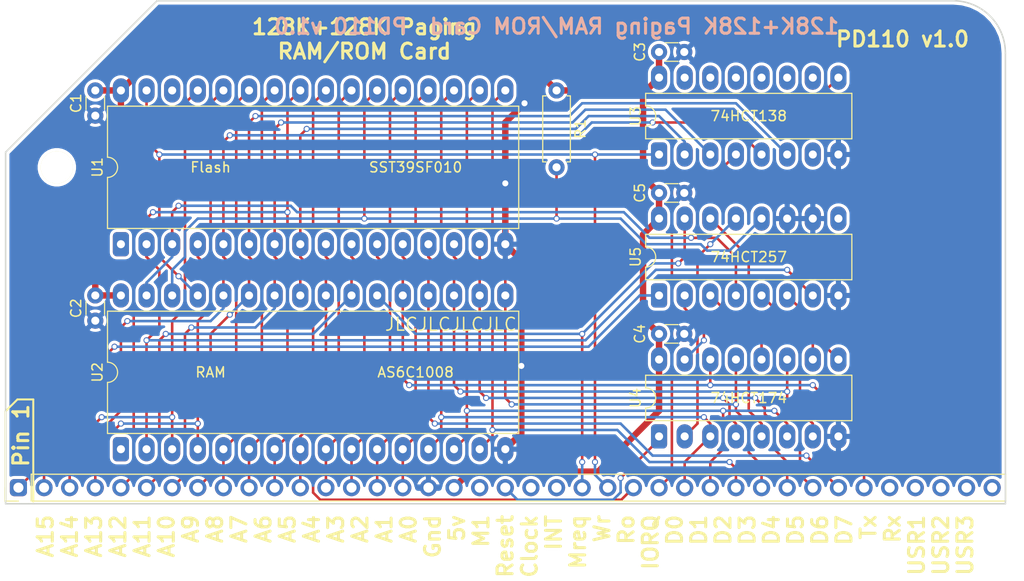
<source format=kicad_pcb>
(kicad_pcb (version 20171130) (host pcbnew "(5.1.9)-1")
  (layers (0 F.Cu signal) (31 B.Cu signal) (36 B.SilkS user) (37 F.SilkS user) (38 B.Mask user) (39 F.Mask user) (44 Edge.Cuts user))
  (net 0 "")
  (net 1 GND)
  (net 2 "Net-(J1-Pad39)")
  (net 3 "Net-(J1-Pad38)")
  (net 4 "Net-(J1-Pad37)")
  (net 5 "Net-(J1-Pad36)")
  (net 6 "Net-(J1-Pad35)")
  (net 7 D7)
  (net 8 D6)
  (net 9 D5)
  (net 10 D4)
  (net 11 D3)
  (net 12 D2)
  (net 13 D1)
  (net 14 D0)
  (net 15 ~IOREQ)
  (net 16 ~RD)
  (net 17 ~WR)
  (net 18 ~RESET)
  (net 19 +5V)
  (net 20 A0)
  (net 21 A1)
  (net 22 A2)
  (net 23 A3)
  (net 24 A4)
  (net 25 A5)
  (net 26 A6)
  (net 27 A7)
  (net 28 "Net-(J1-Pad22)")
  (net 29 "Net-(J1-Pad21)")
  (net 30 ~MREQ)
  (net 31 "Net-(J1-Pad19)")
  (net 32 A8)
  (net 33 A9)
  (net 34 A10)
  (net 35 A11)
  (net 36 A12)
  (net 37 A13)
  (net 38 A14)
  (net 39 A15)
  (net 40 ~ROM_CS)
  (net 41 MEM_A15)
  (net 42 MEM_A16)
  (net 43 "Net-(U2-Pad1)")
  (net 44 /~CFG_CS)
  (net 45 "Net-(U1-Pad30)")
  (net 46 "Net-(U1-Pad1)")
  (net 47 /~ROMB)
  (net 48 /A16A)
  (net 49 /A15B)
  (net 50 /~ROMA)
  (net 51 /A16B)
  (net 52 /A15A)
  (net 53 "Net-(U5-Pad9)")
  (net 54 "Net-(U3-Pad15)")
  (net 55 "Net-(U3-Pad7)")
  (net 56 "Net-(U3-Pad14)")
  (net 57 "Net-(U3-Pad13)")
  (net 58 "Net-(U3-Pad12)")
  (net 59 "Net-(U3-Pad11)")
  (net 60 "Net-(U3-Pad10)")
  (module Package_DIP:DIP-16_W7.62mm_LongPads (layer F.Cu) (at 217.17 116.84 90)
    (fp_text reference U3 (at 3.81 -2.33 90) (layer F.SilkS))
    (fp_text value 74HCT138 (at 3.81 8.89 180) (layer F.SilkS))
    (pad 16 thru_hole oval (at 7.62 0 90) (size 2.4 1.6) (drill 0.8) (layers *.Cu *.Mask) (net 19 +5V))
    (pad 8 thru_hole oval (at 0 17.78 90) (size 2.4 1.6) (drill 0.8) (layers *.Cu *.Mask) (net 1 GND))
    (pad 15 thru_hole oval (at 7.62 2.54 90) (size 2.4 1.6) (drill 0.8) (layers *.Cu *.Mask) (net 54 "Net-(U3-Pad15)"))
    (pad 7 thru_hole oval (at 0 15.24 90) (size 2.4 1.6) (drill 0.8) (layers *.Cu *.Mask) (net 55 "Net-(U3-Pad7)"))
    (pad 14 thru_hole oval (at 7.62 5.08 90) (size 2.4 1.6) (drill 0.8) (layers *.Cu *.Mask) (net 56 "Net-(U3-Pad14)"))
    (pad 6 thru_hole oval (at 0 12.7 90) (size 2.4 1.6) (drill 0.8) (layers *.Cu *.Mask) (net 26 A6))
    (pad 13 thru_hole oval (at 7.62 7.62 90) (size 2.4 1.6) (drill 0.8) (layers *.Cu *.Mask) (net 57 "Net-(U3-Pad13)"))
    (pad 5 thru_hole oval (at 0 10.16 90) (size 2.4 1.6) (drill 0.8) (layers *.Cu *.Mask) (net 27 A7))
    (pad 12 thru_hole oval (at 7.62 10.16 90) (size 2.4 1.6) (drill 0.8) (layers *.Cu *.Mask) (net 58 "Net-(U3-Pad12)"))
    (pad 4 thru_hole oval (at 0 7.62 90) (size 2.4 1.6) (drill 0.8) (layers *.Cu *.Mask) (net 15 ~IOREQ))
    (pad 11 thru_hole oval (at 7.62 12.7 90) (size 2.4 1.6) (drill 0.8) (layers *.Cu *.Mask) (net 59 "Net-(U3-Pad11)"))
    (pad 3 thru_hole oval (at 0 5.08 90) (size 2.4 1.6) (drill 0.8) (layers *.Cu *.Mask) (net 25 A5))
    (pad 10 thru_hole oval (at 7.62 15.24 90) (size 2.4 1.6) (drill 0.8) (layers *.Cu *.Mask) (net 60 "Net-(U3-Pad10)"))
    (pad 2 thru_hole oval (at 0 2.54 90) (size 2.4 1.6) (drill 0.8) (layers *.Cu *.Mask) (net 24 A4))
    (pad 9 thru_hole oval (at 7.62 17.78 90) (size 2.4 1.6) (drill 0.8) (layers *.Cu *.Mask) (net 44 /~CFG_CS))
    (pad 1 thru_hole roundrect (at 0 0 90) (size 2.4 1.6) (drill 0.8) (layers *.Cu *.Mask) (net 17 ~WR))
  )
  (module Package_DIP:DIP-16_W7.62mm_LongPads (layer F.Cu) (at 217.17 130.81 90)
    (fp_text reference U5 (at 3.81 -2.33 90) (layer F.SilkS))
    (fp_text value 74HCT257 (at 3.81 8.89 180) (layer F.SilkS))
    (pad 16 thru_hole oval (at 7.62 0 90) (size 2.4 1.6) (drill 0.8) (layers *.Cu *.Mask) (net 19 +5V))
    (pad 8 thru_hole oval (at 0 17.78 90) (size 2.4 1.6) (drill 0.8) (layers *.Cu *.Mask) (net 1 GND))
    (pad 15 thru_hole oval (at 7.62 2.54 90) (size 2.4 1.6) (drill 0.8) (layers *.Cu *.Mask) (net 30 ~MREQ))
    (pad 7 thru_hole oval (at 0 15.24 90) (size 2.4 1.6) (drill 0.8) (layers *.Cu *.Mask) (net 42 MEM_A16))
    (pad 14 thru_hole oval (at 7.62 5.08 90) (size 2.4 1.6) (drill 0.8) (layers *.Cu *.Mask) (net 50 /~ROMA))
    (pad 6 thru_hole oval (at 0 12.7 90) (size 2.4 1.6) (drill 0.8) (layers *.Cu *.Mask) (net 51 /A16B))
    (pad 13 thru_hole oval (at 7.62 7.62 90) (size 2.4 1.6) (drill 0.8) (layers *.Cu *.Mask) (net 47 /~ROMB))
    (pad 5 thru_hole oval (at 0 10.16 90) (size 2.4 1.6) (drill 0.8) (layers *.Cu *.Mask) (net 48 /A16A))
    (pad 12 thru_hole oval (at 7.62 10.16 90) (size 2.4 1.6) (drill 0.8) (layers *.Cu *.Mask) (net 40 ~ROM_CS))
    (pad 4 thru_hole oval (at 0 7.62 90) (size 2.4 1.6) (drill 0.8) (layers *.Cu *.Mask) (net 41 MEM_A15))
    (pad 11 thru_hole oval (at 7.62 12.7 90) (size 2.4 1.6) (drill 0.8) (layers *.Cu *.Mask) (net 1 GND))
    (pad 3 thru_hole oval (at 0 5.08 90) (size 2.4 1.6) (drill 0.8) (layers *.Cu *.Mask) (net 49 /A15B))
    (pad 10 thru_hole oval (at 7.62 15.24 90) (size 2.4 1.6) (drill 0.8) (layers *.Cu *.Mask) (net 1 GND))
    (pad 2 thru_hole oval (at 0 2.54 90) (size 2.4 1.6) (drill 0.8) (layers *.Cu *.Mask) (net 52 /A15A))
    (pad 9 thru_hole oval (at 7.62 17.78 90) (size 2.4 1.6) (drill 0.8) (layers *.Cu *.Mask) (net 53 "Net-(U5-Pad9)"))
    (pad 1 thru_hole roundrect (at 0 0 90) (size 2.4 1.6) (drill 0.8) (layers *.Cu *.Mask) (net 39 A15))
  )
  (module Resistor_THT:R_Axial_DIN0207_L6.3mm_D2.5mm_P7.62mm_Horizontal (layer F.Cu) (at 207.01 110.49 270)
    (fp_text reference R1 (at 3.81 -2.37 90) (layer F.SilkS))
    (fp_text value 4k7)
    (pad 2 thru_hole oval (at 7.62 0 270) (size 1.6 1.6) (drill 0.8) (layers *.Cu *.Mask) (net 40 ~ROM_CS))
    (pad 1 thru_hole circle (at 0 0 270) (size 1.6 1.6) (drill 0.8) (layers *.Cu *.Mask) (net 19 +5V))
  )
  (module Connector_PinHeader_2.54mm:PinHeader_1x39_P2.54mm_Vertical (layer F.Cu) (at 153.67 149.86 90)
    (fp_text reference J1 hide)
    (fp_text value RC2014)
    (pad 39 thru_hole oval (at 0 96.52 90) (size 1.7 1.7) (drill 1) (layers *.Cu *.Mask) (net 2 "Net-(J1-Pad39)"))
    (pad 38 thru_hole oval (at 0 93.98 90) (size 1.7 1.7) (drill 1) (layers *.Cu *.Mask) (net 3 "Net-(J1-Pad38)"))
    (pad 37 thru_hole oval (at 0 91.44 90) (size 1.7 1.7) (drill 1) (layers *.Cu *.Mask) (net 4 "Net-(J1-Pad37)"))
    (pad 36 thru_hole oval (at 0 88.9 90) (size 1.7 1.7) (drill 1) (layers *.Cu *.Mask) (net 5 "Net-(J1-Pad36)"))
    (pad 35 thru_hole oval (at 0 86.36 90) (size 1.7 1.7) (drill 1) (layers *.Cu *.Mask) (net 6 "Net-(J1-Pad35)"))
    (pad 34 thru_hole oval (at 0 83.82 90) (size 1.7 1.7) (drill 1) (layers *.Cu *.Mask) (net 7 D7))
    (pad 33 thru_hole oval (at 0 81.28 90) (size 1.7 1.7) (drill 1) (layers *.Cu *.Mask) (net 8 D6))
    (pad 32 thru_hole oval (at 0 78.74 90) (size 1.7 1.7) (drill 1) (layers *.Cu *.Mask) (net 9 D5))
    (pad 31 thru_hole oval (at 0 76.2 90) (size 1.7 1.7) (drill 1) (layers *.Cu *.Mask) (net 10 D4))
    (pad 30 thru_hole oval (at 0 73.66 90) (size 1.7 1.7) (drill 1) (layers *.Cu *.Mask) (net 11 D3))
    (pad 29 thru_hole oval (at 0 71.12 90) (size 1.7 1.7) (drill 1) (layers *.Cu *.Mask) (net 12 D2))
    (pad 28 thru_hole oval (at 0 68.58 90) (size 1.7 1.7) (drill 1) (layers *.Cu *.Mask) (net 13 D1))
    (pad 27 thru_hole oval (at 0 66.04 90) (size 1.7 1.7) (drill 1) (layers *.Cu *.Mask) (net 14 D0))
    (pad 26 thru_hole oval (at 0 63.5 90) (size 1.7 1.7) (drill 1) (layers *.Cu *.Mask) (net 15 ~IOREQ))
    (pad 25 thru_hole oval (at 0 60.96 90) (size 1.7 1.7) (drill 1) (layers *.Cu *.Mask) (net 16 ~RD))
    (pad 24 thru_hole oval (at 0 58.42 90) (size 1.7 1.7) (drill 1) (layers *.Cu *.Mask) (net 17 ~WR))
    (pad 23 thru_hole oval (at 0 55.88 90) (size 1.7 1.7) (drill 1) (layers *.Cu *.Mask) (net 30 ~MREQ))
    (pad 22 thru_hole oval (at 0 53.34 90) (size 1.7 1.7) (drill 1) (layers *.Cu *.Mask) (net 28 "Net-(J1-Pad22)"))
    (pad 21 thru_hole oval (at 0 50.8 90) (size 1.7 1.7) (drill 1) (layers *.Cu *.Mask) (net 29 "Net-(J1-Pad21)"))
    (pad 20 thru_hole oval (at 0 48.26 90) (size 1.7 1.7) (drill 1) (layers *.Cu *.Mask) (net 18 ~RESET))
    (pad 19 thru_hole oval (at 0 45.72 90) (size 1.7 1.7) (drill 1) (layers *.Cu *.Mask) (net 31 "Net-(J1-Pad19)"))
    (pad 18 thru_hole oval (at 0 43.18 90) (size 1.7 1.7) (drill 1) (layers *.Cu *.Mask) (net 19 +5V))
    (pad 17 thru_hole oval (at 0 40.64 90) (size 1.7 1.7) (drill 1) (layers *.Cu *.Mask) (net 1 GND))
    (pad 16 thru_hole oval (at 0 38.1 90) (size 1.7 1.7) (drill 1) (layers *.Cu *.Mask) (net 20 A0))
    (pad 15 thru_hole oval (at 0 35.56 90) (size 1.7 1.7) (drill 1) (layers *.Cu *.Mask) (net 21 A1))
    (pad 14 thru_hole oval (at 0 33.02 90) (size 1.7 1.7) (drill 1) (layers *.Cu *.Mask) (net 22 A2))
    (pad 13 thru_hole oval (at 0 30.48 90) (size 1.7 1.7) (drill 1) (layers *.Cu *.Mask) (net 23 A3))
    (pad 12 thru_hole oval (at 0 27.94 90) (size 1.7 1.7) (drill 1) (layers *.Cu *.Mask) (net 24 A4))
    (pad 11 thru_hole oval (at 0 25.4 90) (size 1.7 1.7) (drill 1) (layers *.Cu *.Mask) (net 25 A5))
    (pad 10 thru_hole oval (at 0 22.86 90) (size 1.7 1.7) (drill 1) (layers *.Cu *.Mask) (net 26 A6))
    (pad 9 thru_hole oval (at 0 20.32 90) (size 1.7 1.7) (drill 1) (layers *.Cu *.Mask) (net 27 A7))
    (pad 8 thru_hole oval (at 0 17.78 90) (size 1.7 1.7) (drill 1) (layers *.Cu *.Mask) (net 32 A8))
    (pad 7 thru_hole oval (at 0 15.24 90) (size 1.7 1.7) (drill 1) (layers *.Cu *.Mask) (net 33 A9))
    (pad 6 thru_hole oval (at 0 12.7 90) (size 1.7 1.7) (drill 1) (layers *.Cu *.Mask) (net 34 A10))
    (pad 5 thru_hole oval (at 0 10.16 90) (size 1.7 1.7) (drill 1) (layers *.Cu *.Mask) (net 35 A11))
    (pad 4 thru_hole oval (at 0 7.62 90) (size 1.7 1.7) (drill 1) (layers *.Cu *.Mask) (net 36 A12))
    (pad 3 thru_hole oval (at 0 5.08 90) (size 1.7 1.7) (drill 1) (layers *.Cu *.Mask) (net 37 A13))
    (pad 2 thru_hole oval (at 0 2.54 90) (size 1.7 1.7) (drill 1) (layers *.Cu *.Mask) (net 38 A14))
    (pad 1 thru_hole roundrect (at 0 0 90) (size 1.7 1.7) (drill 1) (layers *.Cu *.Mask) (net 39 A15))
  )
  (module Package_DIP:DIP-32_W15.24mm_LongPads (layer F.Cu) (at 163.83 125.73 90)
    (fp_text reference U1 (at 7.62 -2.33 90) (layer F.SilkS))
    (fp_text value SST39SF010 (at 7.62 29.21 180) (layer F.SilkS))
    (pad 32 thru_hole oval (at 15.24 0 90) (size 2.4 1.6) (drill 0.8) (layers *.Cu *.Mask) (net 19 +5V))
    (pad 16 thru_hole oval (at 0 38.1 90) (size 2.4 1.6) (drill 0.8) (layers *.Cu *.Mask) (net 1 GND))
    (pad 31 thru_hole oval (at 15.24 2.54 90) (size 2.4 1.6) (drill 0.8) (layers *.Cu *.Mask) (net 17 ~WR))
    (pad 15 thru_hole oval (at 0 35.56 90) (size 2.4 1.6) (drill 0.8) (layers *.Cu *.Mask) (net 12 D2))
    (pad 30 thru_hole oval (at 15.24 5.08 90) (size 2.4 1.6) (drill 0.8) (layers *.Cu *.Mask) (net 45 "Net-(U1-Pad30)"))
    (pad 14 thru_hole oval (at 0 33.02 90) (size 2.4 1.6) (drill 0.8) (layers *.Cu *.Mask) (net 13 D1))
    (pad 29 thru_hole oval (at 15.24 7.62 90) (size 2.4 1.6) (drill 0.8) (layers *.Cu *.Mask) (net 38 A14))
    (pad 13 thru_hole oval (at 0 30.48 90) (size 2.4 1.6) (drill 0.8) (layers *.Cu *.Mask) (net 14 D0))
    (pad 28 thru_hole oval (at 15.24 10.16 90) (size 2.4 1.6) (drill 0.8) (layers *.Cu *.Mask) (net 37 A13))
    (pad 12 thru_hole oval (at 0 27.94 90) (size 2.4 1.6) (drill 0.8) (layers *.Cu *.Mask) (net 20 A0))
    (pad 27 thru_hole oval (at 15.24 12.7 90) (size 2.4 1.6) (drill 0.8) (layers *.Cu *.Mask) (net 32 A8))
    (pad 11 thru_hole oval (at 0 25.4 90) (size 2.4 1.6) (drill 0.8) (layers *.Cu *.Mask) (net 21 A1))
    (pad 26 thru_hole oval (at 15.24 15.24 90) (size 2.4 1.6) (drill 0.8) (layers *.Cu *.Mask) (net 33 A9))
    (pad 10 thru_hole oval (at 0 22.86 90) (size 2.4 1.6) (drill 0.8) (layers *.Cu *.Mask) (net 22 A2))
    (pad 25 thru_hole oval (at 15.24 17.78 90) (size 2.4 1.6) (drill 0.8) (layers *.Cu *.Mask) (net 35 A11))
    (pad 9 thru_hole oval (at 0 20.32 90) (size 2.4 1.6) (drill 0.8) (layers *.Cu *.Mask) (net 23 A3))
    (pad 24 thru_hole oval (at 15.24 20.32 90) (size 2.4 1.6) (drill 0.8) (layers *.Cu *.Mask) (net 16 ~RD))
    (pad 8 thru_hole oval (at 0 17.78 90) (size 2.4 1.6) (drill 0.8) (layers *.Cu *.Mask) (net 24 A4))
    (pad 23 thru_hole oval (at 15.24 22.86 90) (size 2.4 1.6) (drill 0.8) (layers *.Cu *.Mask) (net 34 A10))
    (pad 7 thru_hole oval (at 0 15.24 90) (size 2.4 1.6) (drill 0.8) (layers *.Cu *.Mask) (net 25 A5))
    (pad 22 thru_hole oval (at 15.24 25.4 90) (size 2.4 1.6) (drill 0.8) (layers *.Cu *.Mask) (net 40 ~ROM_CS))
    (pad 6 thru_hole oval (at 0 12.7 90) (size 2.4 1.6) (drill 0.8) (layers *.Cu *.Mask) (net 26 A6))
    (pad 21 thru_hole oval (at 15.24 27.94 90) (size 2.4 1.6) (drill 0.8) (layers *.Cu *.Mask) (net 7 D7))
    (pad 5 thru_hole oval (at 0 10.16 90) (size 2.4 1.6) (drill 0.8) (layers *.Cu *.Mask) (net 27 A7))
    (pad 20 thru_hole oval (at 15.24 30.48 90) (size 2.4 1.6) (drill 0.8) (layers *.Cu *.Mask) (net 8 D6))
    (pad 4 thru_hole oval (at 0 7.62 90) (size 2.4 1.6) (drill 0.8) (layers *.Cu *.Mask) (net 36 A12))
    (pad 19 thru_hole oval (at 15.24 33.02 90) (size 2.4 1.6) (drill 0.8) (layers *.Cu *.Mask) (net 9 D5))
    (pad 3 thru_hole oval (at 0 5.08 90) (size 2.4 1.6) (drill 0.8) (layers *.Cu *.Mask) (net 41 MEM_A15))
    (pad 18 thru_hole oval (at 15.24 35.56 90) (size 2.4 1.6) (drill 0.8) (layers *.Cu *.Mask) (net 10 D4))
    (pad 2 thru_hole oval (at 0 2.54 90) (size 2.4 1.6) (drill 0.8) (layers *.Cu *.Mask) (net 42 MEM_A16))
    (pad 17 thru_hole oval (at 15.24 38.1 90) (size 2.4 1.6) (drill 0.8) (layers *.Cu *.Mask) (net 11 D3))
    (pad 1 thru_hole roundrect (at 0 0 90) (size 2.4 1.6) (drill 0.8) (layers *.Cu *.Mask) (net 46 "Net-(U1-Pad1)"))
  )
  (module Package_DIP:DIP-16_W7.62mm_LongPads (layer F.Cu) (at 217.17 144.78 90)
    (fp_text reference U4 (at 3.81 -2.33 90) (layer F.SilkS))
    (fp_text value 74HCT174 (at 3.81 8.89 180) (layer F.SilkS))
    (pad 16 thru_hole oval (at 7.62 0 90) (size 2.4 1.6) (drill 0.8) (layers *.Cu *.Mask) (net 19 +5V))
    (pad 8 thru_hole oval (at 0 17.78 90) (size 2.4 1.6) (drill 0.8) (layers *.Cu *.Mask) (net 1 GND))
    (pad 15 thru_hole oval (at 7.62 2.54 90) (size 2.4 1.6) (drill 0.8) (layers *.Cu *.Mask) (net 47 /~ROMB))
    (pad 7 thru_hole oval (at 0 15.24 90) (size 2.4 1.6) (drill 0.8) (layers *.Cu *.Mask) (net 48 /A16A))
    (pad 14 thru_hole oval (at 7.62 5.08 90) (size 2.4 1.6) (drill 0.8) (layers *.Cu *.Mask) (net 7 D7))
    (pad 6 thru_hole oval (at 0 12.7 90) (size 2.4 1.6) (drill 0.8) (layers *.Cu *.Mask) (net 13 D1))
    (pad 13 thru_hole oval (at 7.62 7.62 90) (size 2.4 1.6) (drill 0.8) (layers *.Cu *.Mask) (net 11 D3))
    (pad 5 thru_hole oval (at 0 10.16 90) (size 2.4 1.6) (drill 0.8) (layers *.Cu *.Mask) (net 49 /A15B))
    (pad 12 thru_hole oval (at 7.62 10.16 90) (size 2.4 1.6) (drill 0.8) (layers *.Cu *.Mask) (net 50 /~ROMA))
    (pad 4 thru_hole oval (at 0 7.62 90) (size 2.4 1.6) (drill 0.8) (layers *.Cu *.Mask) (net 10 D4))
    (pad 11 thru_hole oval (at 7.62 12.7 90) (size 2.4 1.6) (drill 0.8) (layers *.Cu *.Mask) (net 9 D5))
    (pad 3 thru_hole oval (at 0 5.08 90) (size 2.4 1.6) (drill 0.8) (layers *.Cu *.Mask) (net 14 D0))
    (pad 10 thru_hole oval (at 7.62 15.24 90) (size 2.4 1.6) (drill 0.8) (layers *.Cu *.Mask) (net 51 /A16B))
    (pad 2 thru_hole oval (at 0 2.54 90) (size 2.4 1.6) (drill 0.8) (layers *.Cu *.Mask) (net 52 /A15A))
    (pad 9 thru_hole oval (at 7.62 17.78 90) (size 2.4 1.6) (drill 0.8) (layers *.Cu *.Mask) (net 44 /~CFG_CS))
    (pad 1 thru_hole roundrect (at 0 0 90) (size 2.4 1.6) (drill 0.8) (layers *.Cu *.Mask) (net 18 ~RESET))
  )
  (module Package_DIP:DIP-32_W15.24mm_LongPads (layer F.Cu) (at 163.83 146.05 90)
    (fp_text reference U2 (at 7.62 -2.33 90) (layer F.SilkS))
    (fp_text value AS6C1008 (at 7.62 29.21 180) (layer F.SilkS))
    (pad 32 thru_hole oval (at 15.24 0 90) (size 2.4 1.6) (drill 0.8) (layers *.Cu *.Mask) (net 19 +5V))
    (pad 16 thru_hole oval (at 0 38.1 90) (size 2.4 1.6) (drill 0.8) (layers *.Cu *.Mask) (net 1 GND))
    (pad 31 thru_hole oval (at 15.24 2.54 90) (size 2.4 1.6) (drill 0.8) (layers *.Cu *.Mask) (net 41 MEM_A15))
    (pad 15 thru_hole oval (at 0 35.56 90) (size 2.4 1.6) (drill 0.8) (layers *.Cu *.Mask) (net 12 D2))
    (pad 30 thru_hole oval (at 15.24 5.08 90) (size 2.4 1.6) (drill 0.8) (layers *.Cu *.Mask) (net 40 ~ROM_CS))
    (pad 14 thru_hole oval (at 0 33.02 90) (size 2.4 1.6) (drill 0.8) (layers *.Cu *.Mask) (net 13 D1))
    (pad 29 thru_hole oval (at 15.24 7.62 90) (size 2.4 1.6) (drill 0.8) (layers *.Cu *.Mask) (net 17 ~WR))
    (pad 13 thru_hole oval (at 0 30.48 90) (size 2.4 1.6) (drill 0.8) (layers *.Cu *.Mask) (net 14 D0))
    (pad 28 thru_hole oval (at 15.24 10.16 90) (size 2.4 1.6) (drill 0.8) (layers *.Cu *.Mask) (net 37 A13))
    (pad 12 thru_hole oval (at 0 27.94 90) (size 2.4 1.6) (drill 0.8) (layers *.Cu *.Mask) (net 20 A0))
    (pad 27 thru_hole oval (at 15.24 12.7 90) (size 2.4 1.6) (drill 0.8) (layers *.Cu *.Mask) (net 32 A8))
    (pad 11 thru_hole oval (at 0 25.4 90) (size 2.4 1.6) (drill 0.8) (layers *.Cu *.Mask) (net 21 A1))
    (pad 26 thru_hole oval (at 15.24 15.24 90) (size 2.4 1.6) (drill 0.8) (layers *.Cu *.Mask) (net 33 A9))
    (pad 10 thru_hole oval (at 0 22.86 90) (size 2.4 1.6) (drill 0.8) (layers *.Cu *.Mask) (net 22 A2))
    (pad 25 thru_hole oval (at 15.24 17.78 90) (size 2.4 1.6) (drill 0.8) (layers *.Cu *.Mask) (net 35 A11))
    (pad 9 thru_hole oval (at 0 20.32 90) (size 2.4 1.6) (drill 0.8) (layers *.Cu *.Mask) (net 23 A3))
    (pad 24 thru_hole oval (at 15.24 20.32 90) (size 2.4 1.6) (drill 0.8) (layers *.Cu *.Mask) (net 16 ~RD))
    (pad 8 thru_hole oval (at 0 17.78 90) (size 2.4 1.6) (drill 0.8) (layers *.Cu *.Mask) (net 24 A4))
    (pad 23 thru_hole oval (at 15.24 22.86 90) (size 2.4 1.6) (drill 0.8) (layers *.Cu *.Mask) (net 34 A10))
    (pad 7 thru_hole oval (at 0 15.24 90) (size 2.4 1.6) (drill 0.8) (layers *.Cu *.Mask) (net 25 A5))
    (pad 22 thru_hole oval (at 15.24 25.4 90) (size 2.4 1.6) (drill 0.8) (layers *.Cu *.Mask) (net 30 ~MREQ))
    (pad 6 thru_hole oval (at 0 12.7 90) (size 2.4 1.6) (drill 0.8) (layers *.Cu *.Mask) (net 26 A6))
    (pad 21 thru_hole oval (at 15.24 27.94 90) (size 2.4 1.6) (drill 0.8) (layers *.Cu *.Mask) (net 7 D7))
    (pad 5 thru_hole oval (at 0 10.16 90) (size 2.4 1.6) (drill 0.8) (layers *.Cu *.Mask) (net 27 A7))
    (pad 20 thru_hole oval (at 15.24 30.48 90) (size 2.4 1.6) (drill 0.8) (layers *.Cu *.Mask) (net 8 D6))
    (pad 4 thru_hole oval (at 0 7.62 90) (size 2.4 1.6) (drill 0.8) (layers *.Cu *.Mask) (net 36 A12))
    (pad 19 thru_hole oval (at 15.24 33.02 90) (size 2.4 1.6) (drill 0.8) (layers *.Cu *.Mask) (net 9 D5))
    (pad 3 thru_hole oval (at 0 5.08 90) (size 2.4 1.6) (drill 0.8) (layers *.Cu *.Mask) (net 38 A14))
    (pad 18 thru_hole oval (at 15.24 35.56 90) (size 2.4 1.6) (drill 0.8) (layers *.Cu *.Mask) (net 10 D4))
    (pad 2 thru_hole oval (at 0 2.54 90) (size 2.4 1.6) (drill 0.8) (layers *.Cu *.Mask) (net 42 MEM_A16))
    (pad 17 thru_hole oval (at 15.24 38.1 90) (size 2.4 1.6) (drill 0.8) (layers *.Cu *.Mask) (net 11 D3))
    (pad 1 thru_hole roundrect (at 0 0 90) (size 2.4 1.6) (drill 0.8) (layers *.Cu *.Mask) (net 43 "Net-(U2-Pad1)"))
  )
  (module Capacitor_THT:C_Disc_D3.0mm_W1.6mm_P2.50mm (layer F.Cu) (at 219.67 120.65 180)
    (fp_text reference C5 (at 4.405 0 90) (layer F.SilkS))
    (fp_text value 0.1uF)
    (pad 2 thru_hole circle (at 2.5 0 180) (size 1.6 1.6) (drill 0.8) (layers *.Cu *.Mask) (net 19 +5V))
    (pad 1 thru_hole circle (at 0 0 180) (size 1.6 1.6) (drill 0.8) (layers *.Cu *.Mask) (net 1 GND))
  )
  (module Capacitor_THT:C_Disc_D3.0mm_W1.6mm_P2.50mm (layer F.Cu) (at 219.67 134.62 180)
    (fp_text reference C4 (at 4.405 0 90) (layer F.SilkS))
    (fp_text value 0.1uF)
    (pad 2 thru_hole circle (at 2.5 0 180) (size 1.6 1.6) (drill 0.8) (layers *.Cu *.Mask) (net 19 +5V))
    (pad 1 thru_hole circle (at 0 0 180) (size 1.6 1.6) (drill 0.8) (layers *.Cu *.Mask) (net 1 GND))
  )
  (module Capacitor_THT:C_Disc_D3.0mm_W1.6mm_P2.50mm (layer F.Cu) (at 219.67 106.68 180)
    (fp_text reference C3 (at 4.405 0 90) (layer F.SilkS))
    (fp_text value 0.1uF)
    (pad 2 thru_hole circle (at 2.5 0 180) (size 1.6 1.6) (drill 0.8) (layers *.Cu *.Mask) (net 19 +5V))
    (pad 1 thru_hole circle (at 0 0 180) (size 1.6 1.6) (drill 0.8) (layers *.Cu *.Mask) (net 1 GND))
  )
  (module Capacitor_THT:C_Disc_D3.0mm_W1.6mm_P2.50mm (layer F.Cu) (at 161.29 130.81 270)
    (fp_text reference C2 (at 1.27 1.905 90) (layer F.SilkS))
    (fp_text value 0.1uF)
    (pad 2 thru_hole circle (at 2.5 0 270) (size 1.6 1.6) (drill 0.8) (layers *.Cu *.Mask) (net 1 GND))
    (pad 1 thru_hole circle (at 0 0 270) (size 1.6 1.6) (drill 0.8) (layers *.Cu *.Mask) (net 19 +5V))
  )
  (module Capacitor_THT:C_Disc_D3.0mm_W1.6mm_P2.50mm (layer F.Cu) (at 161.29 110.49 270)
    (fp_text reference C1 (at 1.27 1.905 90) (layer F.SilkS))
    (fp_text value 0.1uF)
    (pad 2 thru_hole circle (at 2.5 0 270) (size 1.6 1.6) (drill 0.8) (layers *.Cu *.Mask) (net 1 GND))
    (pad 1 thru_hole circle (at 0 0 270) (size 1.6 1.6) (drill 0.8) (layers *.Cu *.Mask) (net 19 +5V))
  )
  (module Mounting_Holes:MountingHole_3.2mm_M3 (layer F.Cu) (at 157.48 118.11)
    (fp_text reference "" hide)
    (fp_text value "" hide)
    (pad "" np_thru_hole circle (at 0 0) (size 3.2 3.2) (drill 3.2) (layers *.Cu *.Mask F.SilkS))
  )
  (gr_text "PD110 v1.0" (at 241.3 105.41) (layer F.SilkS) (effects (font (size 1.5 1.5) (thickness 0.3))))
  (gr_text RAM (at 172.72 138.43) (layer F.SilkS) (effects (font (size 1 1))))
  (gr_text Flash (at 172.72 118.11) (layer F.SilkS) (effects (font (size 1 1))))
  (gr_text JLCJLCJLCJLC (at 196.5325 133.6675) (layer F.SilkS) (effects (font (size 1.27 1.27))))
  (gr_text "128K+128K Paging RAM/ROM Card  PD110 v1.0" (at 207.01 104.14) (layer B.SilkS) (effects (font (size 1.5 1.5) (thickness 0.3)) (justify mirror)))
  (gr_text "128K+128K Paging\nRAM/ROM Card" (at 187.96 105.41) (layer F.SilkS) (effects (font (size 1.5 1.5) (thickness 0.3))))
  (gr_line (start 167.4114 101.6) (end 152.4 116.6114) (angle 90) (layer Edge.Cuts) (width 0.15))
  (gr_line (start 246.3198 101.6) (end 167.4114 101.6) (angle 90) (layer Edge.Cuts) (width 0.15))
  (gr_text "A15\nA14\nA13\nA12\nA11\nA10\nA9\nA8\nA7\nA6\nA5\nA4\nA3\nA2\nA1\nA0\nGnd\n5v\nM1\nReset\nClock\nINT\nMreq\nWr\nRo\nIORQ\nD0\nD1\nD2\nD3\nD4\nD5\nD6\nD7\nTx\nRx\nUSR1\nUSR2\nUSR3" (at 201.93 152.4 90) (layer F.SilkS) (effects (font (size 1.49 1.5) (thickness 0.3)) (justify right)))
  (gr_line (start 155.1432 141.11478) (end 155.1432 151.22652) (angle 90) (layer F.SilkS) (width 0.2))
  (gr_line (start 153.57348 141.11478) (end 155.1432 141.11478) (angle 90) (layer F.SilkS) (width 0.2))
  (gr_line (start 152.39238 142.29588) (end 153.57348 141.11478) (angle 90) (layer F.SilkS) (width 0.2))
  (gr_line (start 152.39238 151.22652) (end 152.39238 142.29588) (angle 90) (layer F.SilkS) (width 0.2))
  (gr_text "Pin 1" (at 153.92908 144.69618 90) (layer F.SilkS) (effects (font (size 1.5 1.5) (thickness 0.3))))
  (gr_line (start 251.5014 106.78) (end 251.5014 151.4602) (angle 90) (layer Edge.Cuts) (width 0.15))
  (gr_arc (start 246.3198 106.78) (end 246.3198 101.6) (angle 90) (layer Edge.Cuts) (width 0.15))
  (gr_line (start 152.4 116.6114) (end 152.4 151.4602) (angle 90) (layer Edge.Cuts) (width 0.15))
  (gr_line (start 152.4 151.4602) (end 251.5014 151.4602) (angle 90) (layer Edge.Cuts) (width 0.15))
  (segment (start 194.31 149.86) (end 195.326 149.86) (width 0.635) (layer B.Cu) (net 1))
  (segment (start 194.31 149.86) (end 193.294 149.86) (width 0.635) (layer B.Cu) (net 1))
  (via (at 203.5175 137.794996) (size 0.9) (drill 0.6) (layers F.Cu B.Cu) (net 1))
  (segment (start 201.93 146.05) (end 203.5175 144.4625) (width 0.635) (layer F.Cu) (net 1))
  (segment (start 203.5175 144.4625) (end 203.5175 137.794996) (width 0.635) (layer F.Cu) (net 1))
  (segment (start 201.93 125.73) (end 203.5175 127.3175) (width 0.635) (layer F.Cu) (net 1))
  (segment (start 203.5175 127.3175) (end 203.5175 137.794996) (width 0.635) (layer F.Cu) (net 1))
  (via (at 203.834998 111.76) (size 0.9) (drill 0.6) (layers F.Cu B.Cu) (net 1))
  (via (at 201.93 119.6975) (size 0.9) (drill 0.6) (layers F.Cu B.Cu) (net 1))
  (segment (start 201.93 125.73) (end 201.93 119.6975) (width 0.635) (layer F.Cu) (net 1))
  (segment (start 203.834998 111.76) (end 201.93 113.664998) (width 0.635) (layer F.Cu) (net 1))
  (segment (start 201.93 113.664998) (end 201.93 119.6975) (width 0.635) (layer F.Cu) (net 1))
  (segment (start 191.77 130.81) (end 191.77 128.27) (width 0.254) (layer F.Cu) (net 7))
  (segment (start 191.77 128.27) (end 190.5 127) (width 0.254) (layer F.Cu) (net 7))
  (segment (start 190.5 111.76) (end 191.77 110.49) (width 0.254) (layer F.Cu) (net 7))
  (segment (start 190.5 127) (end 190.5 111.76) (width 0.254) (layer F.Cu) (net 7))
  (via (at 192.405 139.7) (size 0.6) (drill 0.4) (layers F.Cu B.Cu) (net 7))
  (segment (start 192.405 139.7) (end 191.77 139.065) (width 0.254) (layer F.Cu) (net 7))
  (segment (start 191.77 139.065) (end 191.77 130.81) (width 0.254) (layer F.Cu) (net 7))
  (via (at 222.25 139.7) (size 0.6) (drill 0.4) (layers F.Cu B.Cu) (net 7))
  (segment (start 222.25 137.16) (end 222.25 139.7) (width 0.254) (layer F.Cu) (net 7))
  (segment (start 222.25 139.7) (end 192.405 139.7) (width 0.254) (layer B.Cu) (net 7))
  (segment (start 222.25 139.7) (end 232.41 139.7) (width 0.254) (layer B.Cu) (net 7))
  (via (at 232.41 139.7) (size 0.6) (drill 0.4) (layers F.Cu B.Cu) (net 7))
  (segment (start 237.49 144.78) (end 232.41 139.7) (width 0.254) (layer F.Cu) (net 7))
  (segment (start 237.49 149.86) (end 237.49 144.78) (width 0.254) (layer F.Cu) (net 7))
  (segment (start 194.31 130.81) (end 194.31 128.27) (width 0.254) (layer F.Cu) (net 8))
  (segment (start 194.31 128.27) (end 193.04 127) (width 0.254) (layer F.Cu) (net 8))
  (segment (start 193.04 111.76) (end 194.31 110.49) (width 0.254) (layer F.Cu) (net 8))
  (segment (start 193.04 127) (end 193.04 111.76) (width 0.254) (layer F.Cu) (net 8))
  (via (at 231.775 146.685) (size 0.6) (drill 0.4) (layers F.Cu B.Cu) (net 8))
  (segment (start 234.95 149.86) (end 231.775 146.685) (width 0.254) (layer F.Cu) (net 8))
  (segment (start 231.775 146.685) (end 216.535 146.685) (width 0.254) (layer B.Cu) (net 8))
  (segment (start 216.535 146.685) (end 213.36 143.51) (width 0.254) (layer B.Cu) (net 8))
  (via (at 194.945 143.51) (size 0.6) (drill 0.4) (layers F.Cu B.Cu) (net 8))
  (segment (start 213.36 143.51) (end 194.945 143.51) (width 0.254) (layer B.Cu) (net 8))
  (segment (start 194.945 143.51) (end 194.31 142.875) (width 0.254) (layer F.Cu) (net 8))
  (segment (start 194.31 142.875) (end 194.31 130.81) (width 0.254) (layer F.Cu) (net 8))
  (segment (start 196.85 130.81) (end 196.85 128.27) (width 0.254) (layer F.Cu) (net 9))
  (segment (start 196.85 128.27) (end 195.58 127) (width 0.254) (layer F.Cu) (net 9))
  (segment (start 195.58 111.76) (end 196.85 110.49) (width 0.254) (layer F.Cu) (net 9))
  (segment (start 195.58 127) (end 195.58 111.76) (width 0.254) (layer F.Cu) (net 9))
  (segment (start 229.87 142.24) (end 229.87 140.335) (width 0.254) (layer F.Cu) (net 9))
  (segment (start 231.14 143.51) (end 229.87 142.24) (width 0.254) (layer F.Cu) (net 9))
  (segment (start 231.14 148.59) (end 231.14 143.51) (width 0.254) (layer F.Cu) (net 9))
  (segment (start 232.41 149.86) (end 231.14 148.59) (width 0.254) (layer F.Cu) (net 9))
  (segment (start 229.87 140.335) (end 229.87 137.16) (width 0.254) (layer F.Cu) (net 9))
  (via (at 229.87 140.335) (size 0.6) (drill 0.4) (layers F.Cu B.Cu) (net 9))
  (segment (start 229.87 140.335) (end 197.485 140.335) (width 0.254) (layer B.Cu) (net 9))
  (via (at 197.485 140.335) (size 0.6) (drill 0.4) (layers F.Cu B.Cu) (net 9))
  (segment (start 197.485 140.335) (end 196.85 139.7) (width 0.254) (layer F.Cu) (net 9))
  (segment (start 196.85 139.7) (end 196.85 130.81) (width 0.254) (layer F.Cu) (net 9))
  (segment (start 199.39 130.81) (end 199.39 128.27) (width 0.254) (layer F.Cu) (net 10))
  (segment (start 199.39 128.27) (end 198.12 127) (width 0.254) (layer F.Cu) (net 10))
  (segment (start 198.12 111.76) (end 199.39 110.49) (width 0.254) (layer F.Cu) (net 10))
  (segment (start 198.12 127) (end 198.12 111.76) (width 0.254) (layer F.Cu) (net 10))
  (segment (start 224.79 144.78) (end 224.79 143.51) (width 0.254) (layer F.Cu) (net 10))
  (segment (start 224.79 143.51) (end 224.155 142.875) (width 0.254) (layer F.Cu) (net 10))
  (segment (start 224.155 142.875) (end 224.155 141.605) (width 0.254) (layer F.Cu) (net 10))
  (via (at 223.52 140.97) (size 0.6) (drill 0.4) (layers F.Cu B.Cu) (net 10))
  (segment (start 224.155 141.605) (end 223.52 140.97) (width 0.254) (layer F.Cu) (net 10))
  (segment (start 223.52 140.97) (end 200.025 140.97) (width 0.254) (layer B.Cu) (net 10))
  (via (at 200.025 140.97) (size 0.6) (drill 0.4) (layers F.Cu B.Cu) (net 10))
  (segment (start 199.39 140.335) (end 199.39 130.81) (width 0.254) (layer F.Cu) (net 10))
  (segment (start 200.025 140.97) (end 199.39 140.335) (width 0.254) (layer F.Cu) (net 10))
  (via (at 226.695 140.97) (size 0.6) (drill 0.4) (layers F.Cu B.Cu) (net 10))
  (segment (start 226.695 140.97) (end 223.52 140.97) (width 0.254) (layer B.Cu) (net 10))
  (segment (start 227.6475 141.9225) (end 226.695 140.97) (width 0.254) (layer F.Cu) (net 10))
  (segment (start 227.6475 142.5575) (end 227.6475 141.9225) (width 0.254) (layer F.Cu) (net 10))
  (segment (start 228.6 143.51) (end 227.6475 142.5575) (width 0.254) (layer F.Cu) (net 10))
  (segment (start 228.6 146.05) (end 228.6 143.51) (width 0.254) (layer F.Cu) (net 10))
  (segment (start 229.87 147.32) (end 228.6 146.05) (width 0.254) (layer F.Cu) (net 10))
  (segment (start 229.87 149.86) (end 229.87 147.32) (width 0.254) (layer F.Cu) (net 10))
  (segment (start 201.93 130.81) (end 201.93 128.27) (width 0.254) (layer F.Cu) (net 11))
  (segment (start 201.93 128.27) (end 200.66 127) (width 0.254) (layer F.Cu) (net 11))
  (segment (start 200.66 111.76) (end 201.93 110.49) (width 0.254) (layer F.Cu) (net 11))
  (segment (start 200.66 127) (end 200.66 111.76) (width 0.254) (layer F.Cu) (net 11))
  (segment (start 224.79 142.24) (end 224.79 141.605) (width 0.254) (layer F.Cu) (net 11))
  (segment (start 226.06 146.3675) (end 226.06 143.51) (width 0.254) (layer F.Cu) (net 11))
  (segment (start 227.33 147.6375) (end 226.06 146.3675) (width 0.254) (layer F.Cu) (net 11))
  (segment (start 226.06 143.51) (end 224.79 142.24) (width 0.254) (layer F.Cu) (net 11))
  (segment (start 227.33 149.86) (end 227.33 147.6375) (width 0.254) (layer F.Cu) (net 11))
  (segment (start 201.93 130.81) (end 201.93 140.97) (width 0.254) (layer F.Cu) (net 11))
  (segment (start 201.93 140.97) (end 202.565 141.605) (width 0.254) (layer F.Cu) (net 11))
  (via (at 202.565 141.605) (size 0.6) (drill 0.4) (layers F.Cu B.Cu) (net 11))
  (segment (start 224.79 141.605) (end 202.565 141.605) (width 0.254) (layer B.Cu) (net 11))
  (segment (start 224.79 141.605) (end 224.79 137.16) (width 0.254) (layer F.Cu) (net 11))
  (via (at 224.79 141.605) (size 0.6) (drill 0.4) (layers F.Cu B.Cu) (net 11))
  (segment (start 200.66 144.78) (end 199.39 146.05) (width 0.254) (layer F.Cu) (net 12))
  (segment (start 199.39 127.184) (end 200.66 128.454) (width 0.254) (layer F.Cu) (net 12))
  (segment (start 199.39 125.73) (end 199.39 127.184) (width 0.254) (layer F.Cu) (net 12))
  (via (at 224.155 147.32) (size 0.6) (drill 0.4) (layers F.Cu B.Cu) (net 12))
  (segment (start 224.79 147.955) (end 224.155 147.32) (width 0.254) (layer F.Cu) (net 12))
  (segment (start 224.79 149.86) (end 224.79 147.955) (width 0.254) (layer F.Cu) (net 12))
  (segment (start 224.155 147.32) (end 216.2175 147.32) (width 0.254) (layer B.Cu) (net 12))
  (segment (start 216.2175 147.32) (end 213.0425 144.145) (width 0.254) (layer B.Cu) (net 12))
  (via (at 200.66 144.145) (size 0.6) (drill 0.4) (layers F.Cu B.Cu) (net 12))
  (segment (start 213.0425 144.145) (end 200.66 144.145) (width 0.254) (layer B.Cu) (net 12))
  (segment (start 200.66 144.145) (end 200.66 144.78) (width 0.254) (layer F.Cu) (net 12))
  (segment (start 200.66 128.454) (end 200.66 144.145) (width 0.254) (layer F.Cu) (net 12))
  (segment (start 196.85 127) (end 196.85 125.73) (width 0.254) (layer F.Cu) (net 13))
  (segment (start 198.12 144.78) (end 198.12 144.145) (width 0.254) (layer F.Cu) (net 13))
  (segment (start 198.12 128.27) (end 196.85 127) (width 0.254) (layer F.Cu) (net 13))
  (segment (start 196.85 146.05) (end 198.12 144.78) (width 0.254) (layer F.Cu) (net 13))
  (via (at 198.12 142.24) (size 0.6) (drill 0.4) (layers F.Cu B.Cu) (net 13))
  (segment (start 198.12 142.24) (end 198.12 128.27) (width 0.254) (layer F.Cu) (net 13))
  (segment (start 198.12 144.145) (end 198.12 142.24) (width 0.254) (layer F.Cu) (net 13))
  (segment (start 222.25 149.86) (end 222.25 147.32) (width 0.254) (layer F.Cu) (net 13))
  (segment (start 222.25 147.32) (end 223.52 146.05) (width 0.254) (layer F.Cu) (net 13))
  (segment (start 223.52 146.05) (end 223.52 142.24) (width 0.254) (layer F.Cu) (net 13))
  (via (at 223.52 142.24) (size 0.6) (drill 0.4) (layers F.Cu B.Cu) (net 13))
  (segment (start 223.52 142.24) (end 198.12 142.24) (width 0.254) (layer B.Cu) (net 13))
  (via (at 228.6 142.24) (size 0.6) (drill 0.4) (layers F.Cu B.Cu) (net 13))
  (segment (start 223.52 142.24) (end 228.6 142.24) (width 0.254) (layer B.Cu) (net 13))
  (segment (start 229.87 143.51) (end 228.6 142.24) (width 0.254) (layer F.Cu) (net 13))
  (segment (start 229.87 144.78) (end 229.87 143.51) (width 0.254) (layer F.Cu) (net 13))
  (segment (start 219.71 147.32) (end 222.25 144.78) (width 0.254) (layer F.Cu) (net 14))
  (segment (start 219.71 149.86) (end 219.71 147.32) (width 0.254) (layer F.Cu) (net 14))
  (segment (start 194.31 127) (end 194.31 125.73) (width 0.254) (layer F.Cu) (net 14))
  (segment (start 195.58 128.27) (end 194.31 127) (width 0.254) (layer F.Cu) (net 14))
  (segment (start 195.58 144.78) (end 195.58 142.875) (width 0.254) (layer F.Cu) (net 14))
  (segment (start 194.31 146.05) (end 195.58 144.78) (width 0.254) (layer F.Cu) (net 14))
  (segment (start 195.58 142.875) (end 195.58 128.27) (width 0.254) (layer F.Cu) (net 14))
  (via (at 195.58 142.875) (size 0.6) (drill 0.4) (layers F.Cu B.Cu) (net 14))
  (via (at 221.615 142.875) (size 0.6) (drill 0.4) (layers F.Cu B.Cu) (net 14))
  (segment (start 195.58 142.875) (end 221.615 142.875) (width 0.254) (layer B.Cu) (net 14))
  (segment (start 222.25 143.51) (end 222.25 144.78) (width 0.254) (layer F.Cu) (net 14))
  (segment (start 221.615 142.875) (end 222.25 143.51) (width 0.254) (layer F.Cu) (net 14))
  (segment (start 222.885 118.745) (end 224.79 116.84) (width 0.254) (layer F.Cu) (net 15))
  (segment (start 219.71 118.745) (end 222.885 118.745) (width 0.254) (layer F.Cu) (net 15))
  (segment (start 218.44 120.015) (end 219.71 118.745) (width 0.254) (layer F.Cu) (net 15))
  (segment (start 218.44 148.59) (end 218.44 120.015) (width 0.254) (layer F.Cu) (net 15))
  (segment (start 217.17 149.86) (end 218.44 148.59) (width 0.254) (layer F.Cu) (net 15))
  (segment (start 184.15 130.81) (end 184.15 128.27) (width 0.254) (layer F.Cu) (net 16))
  (segment (start 184.15 128.27) (end 182.88 127) (width 0.254) (layer F.Cu) (net 16))
  (segment (start 182.88 111.76) (end 184.15 110.49) (width 0.254) (layer F.Cu) (net 16))
  (segment (start 182.88 127) (end 182.88 111.76) (width 0.254) (layer F.Cu) (net 16))
  (segment (start 182.88 144.78) (end 184.15 143.51) (width 0.254) (layer F.Cu) (net 16))
  (segment (start 182.88 150.35138) (end 182.88 144.78) (width 0.254) (layer F.Cu) (net 16))
  (segment (start 183.58681 151.05819) (end 182.88 150.35138) (width 0.254) (layer F.Cu) (net 16))
  (segment (start 213.43181 151.05819) (end 183.58681 151.05819) (width 0.254) (layer F.Cu) (net 16))
  (segment (start 184.15 143.51) (end 184.15 130.81) (width 0.254) (layer F.Cu) (net 16))
  (segment (start 214.63 149.86) (end 213.43181 151.05819) (width 0.254) (layer F.Cu) (net 16))
  (segment (start 212.09 149.86) (end 210.82 148.59) (width 0.254) (layer B.Cu) (net 17))
  (segment (start 210.82 148.59) (end 210.82 147.32) (width 0.254) (layer B.Cu) (net 17))
  (via (at 210.82 147.32) (size 0.6) (drill 0.4) (layers F.Cu B.Cu) (net 17))
  (via (at 169.545 128.905) (size 0.6) (drill 0.4) (layers F.Cu B.Cu) (net 17))
  (segment (start 171.45 130.81) (end 169.545 128.905) (width 0.25) (layer B.Cu) (net 17))
  (via (at 210.82 116.84) (size 0.6) (drill 0.4) (layers F.Cu B.Cu) (net 17))
  (segment (start 210.82 147.32) (end 210.82 116.84) (width 0.254) (layer F.Cu) (net 17))
  (segment (start 217.17 116.84) (end 210.82 116.84) (width 0.254) (layer B.Cu) (net 17))
  (segment (start 210.395736 116.84) (end 167.64 116.84) (width 0.254) (layer B.Cu) (net 17))
  (segment (start 210.82 116.84) (end 210.395736 116.84) (width 0.254) (layer B.Cu) (net 17))
  (segment (start 167.64 127) (end 167.64 116.84) (width 0.254) (layer F.Cu) (net 17))
  (segment (start 169.545 128.905) (end 167.64 127) (width 0.254) (layer F.Cu) (net 17))
  (segment (start 166.37 115.57) (end 167.64 116.84) (width 0.254) (layer F.Cu) (net 17))
  (segment (start 166.37 110.49) (end 166.37 115.57) (width 0.254) (layer F.Cu) (net 17))
  (via (at 167.64 116.84) (size 0.6) (drill 0.4) (layers F.Cu B.Cu) (net 17))
  (segment (start 212.633772 151.05819) (end 213.36 150.331962) (width 0.254) (layer B.Cu) (net 18))
  (segment (start 203.12819 151.05819) (end 212.633772 151.05819) (width 0.254) (layer B.Cu) (net 18))
  (segment (start 201.93 149.86) (end 203.12819 151.05819) (width 0.254) (layer B.Cu) (net 18))
  (segment (start 213.36 150.331962) (end 213.36 148.9075) (width 0.254) (layer B.Cu) (net 18))
  (via (at 213.36 148.9075) (size 0.6) (drill 0.4) (layers F.Cu B.Cu) (net 18))
  (segment (start 217.17 145.0975) (end 213.36 148.9075) (width 0.254) (layer F.Cu) (net 18))
  (segment (start 217.17 144.78) (end 217.17 145.0975) (width 0.254) (layer F.Cu) (net 18))
  (segment (start 161.29 110.49) (end 163.83 110.49) (width 0.635) (layer F.Cu) (net 19))
  (segment (start 161.29 130.81) (end 163.83 130.81) (width 0.635) (layer F.Cu) (net 19))
  (segment (start 161.29 125.095) (end 161.29 130.81) (width 0.635) (layer F.Cu) (net 19))
  (segment (start 163.83 122.555) (end 161.29 125.095) (width 0.635) (layer F.Cu) (net 19))
  (segment (start 163.83 110.49) (end 163.83 122.555) (width 0.635) (layer F.Cu) (net 19))
  (segment (start 217.17 109.22) (end 217.17 106.68) (width 0.635) (layer F.Cu) (net 19))
  (segment (start 217.17 137.16) (end 217.17 134.62) (width 0.635) (layer F.Cu) (net 19))
  (segment (start 217.17 122.91) (end 217.17 120.65) (width 0.635) (layer F.Cu) (net 19))
  (segment (start 217.17 123.19) (end 217.17 122.91) (width 0.635) (layer F.Cu) (net 19))
  (segment (start 215.5825 124.7775) (end 217.17 123.19) (width 0.635) (layer F.Cu) (net 19))
  (segment (start 215.5825 133.0325) (end 215.5825 124.7775) (width 0.635) (layer F.Cu) (net 19))
  (segment (start 217.17 134.62) (end 215.5825 133.0325) (width 0.635) (layer F.Cu) (net 19))
  (segment (start 196.85 149.86) (end 198.4375 148.2725) (width 0.635) (layer F.Cu) (net 19))
  (segment (start 198.4375 148.2725) (end 211.1375 148.2725) (width 0.635) (layer F.Cu) (net 19))
  (segment (start 217.17 142.24) (end 217.17 137.16) (width 0.635) (layer F.Cu) (net 19))
  (segment (start 211.1375 148.2725) (end 217.17 142.24) (width 0.635) (layer F.Cu) (net 19))
  (segment (start 204.7875 108.2675) (end 207.01 110.49) (width 0.635) (layer F.Cu) (net 19))
  (segment (start 166.0525 108.2675) (end 204.7875 108.2675) (width 0.635) (layer F.Cu) (net 19))
  (segment (start 163.83 110.49) (end 166.0525 108.2675) (width 0.635) (layer F.Cu) (net 19))
  (segment (start 215.5825 119.0625) (end 215.5825 113.3475) (width 0.635) (layer F.Cu) (net 19))
  (segment (start 217.17 120.65) (end 215.5825 119.0625) (width 0.635) (layer F.Cu) (net 19))
  (segment (start 215.5825 110.8075) (end 217.17 109.22) (width 0.635) (layer F.Cu) (net 19))
  (segment (start 215.5825 113.3475) (end 215.5825 110.8075) (width 0.635) (layer F.Cu) (net 19))
  (segment (start 215.265 110.49) (end 215.5825 110.8075) (width 0.635) (layer F.Cu) (net 19))
  (segment (start 207.01 110.49) (end 215.265 110.49) (width 0.635) (layer F.Cu) (net 19))
  (segment (start 191.77 149.86) (end 191.199498 149.86) (width 0.2) (layer F.Cu) (net 20))
  (segment (start 191.77 149.86) (end 191.77 146.05) (width 0.254) (layer F.Cu) (net 20))
  (segment (start 191.77 127) (end 191.77 125.73) (width 0.254) (layer F.Cu) (net 20))
  (segment (start 193.04 128.27) (end 191.77 127) (width 0.254) (layer F.Cu) (net 20))
  (segment (start 193.04 144.78) (end 193.04 128.27) (width 0.254) (layer F.Cu) (net 20))
  (segment (start 191.77 146.05) (end 193.04 144.78) (width 0.254) (layer F.Cu) (net 20))
  (segment (start 189.23 149.86) (end 189.23 146.05) (width 0.254) (layer F.Cu) (net 21))
  (segment (start 189.23 127) (end 189.23 125.73) (width 0.254) (layer F.Cu) (net 21))
  (segment (start 190.5 128.27) (end 189.23 127) (width 0.254) (layer F.Cu) (net 21))
  (segment (start 190.5 144.78) (end 190.5 128.27) (width 0.254) (layer F.Cu) (net 21))
  (segment (start 189.23 146.05) (end 190.5 144.78) (width 0.254) (layer F.Cu) (net 21))
  (segment (start 186.69 149.86) (end 186.69 146.05) (width 0.254) (layer F.Cu) (net 22))
  (segment (start 186.69 127) (end 186.69 125.73) (width 0.254) (layer F.Cu) (net 22))
  (segment (start 187.96 128.27) (end 186.69 127) (width 0.254) (layer F.Cu) (net 22))
  (segment (start 187.96 144.78) (end 187.96 128.27) (width 0.254) (layer F.Cu) (net 22))
  (segment (start 186.69 146.05) (end 187.96 144.78) (width 0.254) (layer F.Cu) (net 22))
  (segment (start 184.15 149.86) (end 184.15 146.05) (width 0.254) (layer F.Cu) (net 23))
  (segment (start 184.15 127) (end 184.15 125.73) (width 0.254) (layer F.Cu) (net 23))
  (segment (start 185.42 144.78) (end 185.42 128.27) (width 0.254) (layer F.Cu) (net 23))
  (segment (start 185.42 128.27) (end 184.15 127) (width 0.254) (layer F.Cu) (net 23))
  (segment (start 184.15 146.05) (end 185.42 144.78) (width 0.254) (layer F.Cu) (net 23))
  (segment (start 181.61 149.86) (end 181.61 146.05) (width 0.254) (layer F.Cu) (net 24))
  (segment (start 181.61 127) (end 181.61 125.73) (width 0.254) (layer F.Cu) (net 24))
  (segment (start 182.88 128.27) (end 181.61 127) (width 0.254) (layer F.Cu) (net 24))
  (segment (start 182.88 143.51) (end 182.88 128.27) (width 0.254) (layer F.Cu) (net 24))
  (segment (start 181.61 144.78) (end 182.88 143.51) (width 0.254) (layer F.Cu) (net 24))
  (segment (start 181.61 146.05) (end 181.61 144.78) (width 0.254) (layer F.Cu) (net 24))
  (via (at 182.245 114.3) (size 0.6) (drill 0.4) (layers F.Cu B.Cu) (net 24))
  (segment (start 181.61 125.73) (end 181.61 114.935) (width 0.254) (layer F.Cu) (net 24))
  (segment (start 181.61 114.935) (end 182.245 114.3) (width 0.254) (layer F.Cu) (net 24))
  (segment (start 208.915 114.3) (end 182.245 114.3) (width 0.254) (layer B.Cu) (net 24))
  (segment (start 210.185 113.03) (end 208.915 114.3) (width 0.254) (layer B.Cu) (net 24))
  (segment (start 217.17 113.03) (end 210.185 113.03) (width 0.254) (layer B.Cu) (net 24))
  (segment (start 219.71 115.57) (end 217.17 113.03) (width 0.254) (layer B.Cu) (net 24))
  (segment (start 219.71 116.84) (end 219.71 115.57) (width 0.254) (layer B.Cu) (net 24))
  (segment (start 179.07 149.86) (end 179.07 146.05) (width 0.254) (layer F.Cu) (net 25))
  (segment (start 179.07 127) (end 179.07 125.73) (width 0.254) (layer F.Cu) (net 25))
  (segment (start 180.34 128.27) (end 179.07 127) (width 0.254) (layer F.Cu) (net 25))
  (segment (start 180.34 144.78) (end 180.34 128.27) (width 0.254) (layer F.Cu) (net 25))
  (segment (start 179.07 146.05) (end 180.34 144.78) (width 0.254) (layer F.Cu) (net 25))
  (segment (start 179.07 125.73) (end 179.07 114.3) (width 0.254) (layer F.Cu) (net 25))
  (segment (start 179.07 114.3) (end 179.705 113.665) (width 0.254) (layer F.Cu) (net 25))
  (via (at 179.705 113.665) (size 0.6) (drill 0.4) (layers F.Cu B.Cu) (net 25))
  (segment (start 208.5975 113.665) (end 179.705 113.665) (width 0.254) (layer B.Cu) (net 25))
  (segment (start 209.8675 112.395) (end 208.5975 113.665) (width 0.254) (layer B.Cu) (net 25))
  (segment (start 217.805 112.395) (end 209.8675 112.395) (width 0.254) (layer B.Cu) (net 25))
  (segment (start 222.25 116.84) (end 217.805 112.395) (width 0.254) (layer B.Cu) (net 25))
  (segment (start 176.53 149.86) (end 176.53 146.05) (width 0.254) (layer F.Cu) (net 26))
  (segment (start 176.53 127) (end 176.53 125.73) (width 0.254) (layer F.Cu) (net 26))
  (segment (start 177.8 128.27) (end 176.53 127) (width 0.254) (layer F.Cu) (net 26))
  (segment (start 177.8 144.78) (end 177.8 128.27) (width 0.254) (layer F.Cu) (net 26))
  (segment (start 176.53 146.05) (end 177.8 144.78) (width 0.254) (layer F.Cu) (net 26))
  (segment (start 176.53 113.665) (end 177.165 113.03) (width 0.254) (layer F.Cu) (net 26))
  (segment (start 176.53 125.73) (end 176.53 113.665) (width 0.254) (layer F.Cu) (net 26))
  (via (at 177.165 113.03) (size 0.6) (drill 0.4) (layers F.Cu B.Cu) (net 26))
  (segment (start 208.28 113.03) (end 177.165 113.03) (width 0.254) (layer B.Cu) (net 26))
  (segment (start 209.55 111.76) (end 208.28 113.03) (width 0.254) (layer B.Cu) (net 26))
  (segment (start 224.79 111.76) (end 209.55 111.76) (width 0.254) (layer B.Cu) (net 26))
  (segment (start 229.87 116.84) (end 224.79 111.76) (width 0.254) (layer B.Cu) (net 26))
  (segment (start 173.99 149.86) (end 173.99 146.05) (width 0.254) (layer F.Cu) (net 27))
  (segment (start 173.99 127) (end 173.99 125.73) (width 0.254) (layer F.Cu) (net 27))
  (segment (start 175.26 128.27) (end 173.99 127) (width 0.254) (layer F.Cu) (net 27))
  (segment (start 175.26 144.78) (end 175.26 128.27) (width 0.254) (layer F.Cu) (net 27))
  (segment (start 173.99 146.05) (end 175.26 144.78) (width 0.254) (layer F.Cu) (net 27))
  (via (at 174.625 114.935) (size 0.6) (drill 0.4) (layers F.Cu B.Cu) (net 27))
  (segment (start 173.99 115.57) (end 174.625 114.935) (width 0.254) (layer F.Cu) (net 27))
  (segment (start 173.99 125.73) (end 173.99 115.57) (width 0.254) (layer F.Cu) (net 27))
  (via (at 216.535 113.665) (size 0.6) (drill 0.4) (layers F.Cu B.Cu) (net 27))
  (segment (start 227.33 116.84) (end 224.155 113.665) (width 0.254) (layer F.Cu) (net 27))
  (segment (start 224.155 113.665) (end 216.535 113.665) (width 0.254) (layer F.Cu) (net 27))
  (segment (start 210.5025 113.665) (end 216.535 113.665) (width 0.254) (layer B.Cu) (net 27))
  (segment (start 209.2325 114.935) (end 210.5025 113.665) (width 0.254) (layer B.Cu) (net 27))
  (segment (start 174.625 114.935) (end 209.2325 114.935) (width 0.254) (layer B.Cu) (net 27))
  (via (at 219.075 127.635) (size 0.6) (drill 0.4) (layers F.Cu B.Cu) (net 30))
  (segment (start 219.075 127.635) (end 219.71 127) (width 0.254) (layer F.Cu) (net 30))
  (segment (start 219.71 127) (end 219.71 123.19) (width 0.254) (layer F.Cu) (net 30))
  (via (at 209.55 147.319996) (size 0.6) (drill 0.4) (layers F.Cu B.Cu) (net 30))
  (segment (start 209.55 149.86) (end 209.55 147.319996) (width 0.254) (layer B.Cu) (net 30))
  (via (at 209.55 134.62) (size 0.6) (drill 0.4) (layers F.Cu B.Cu) (net 30))
  (segment (start 209.55 147.319996) (end 209.55 134.62) (width 0.254) (layer F.Cu) (net 30))
  (segment (start 189.23 130.81) (end 193.04 134.62) (width 0.254) (layer B.Cu) (net 30))
  (segment (start 193.04 134.62) (end 209.55 134.62) (width 0.254) (layer B.Cu) (net 30))
  (segment (start 219.075 127.635) (end 216.535 127.635) (width 0.254) (layer B.Cu) (net 30))
  (segment (start 216.535 127.635) (end 209.55 134.62) (width 0.254) (layer B.Cu) (net 30))
  (segment (start 171.45 149.86) (end 172.72 148.59) (width 0.254) (layer F.Cu) (net 32))
  (via (at 174.625 132.715) (size 0.6) (drill 0.4) (layers F.Cu B.Cu) (net 32))
  (segment (start 172.72 134.62) (end 174.625 132.715) (width 0.254) (layer F.Cu) (net 32))
  (segment (start 172.72 148.59) (end 172.72 134.62) (width 0.254) (layer F.Cu) (net 32))
  (segment (start 174.625 132.715) (end 176.53 130.81) (width 0.254) (layer B.Cu) (net 32))
  (segment (start 176.53 130.81) (end 176.53 128.27) (width 0.254) (layer F.Cu) (net 32))
  (segment (start 176.53 128.27) (end 175.26 127) (width 0.254) (layer F.Cu) (net 32))
  (segment (start 175.26 111.76) (end 176.53 110.49) (width 0.254) (layer F.Cu) (net 32))
  (segment (start 175.26 127) (end 175.26 111.76) (width 0.254) (layer F.Cu) (net 32))
  (segment (start 179.07 130.81) (end 179.07 128.27) (width 0.254) (layer F.Cu) (net 33))
  (segment (start 179.07 128.27) (end 177.8 127) (width 0.254) (layer F.Cu) (net 33))
  (segment (start 177.8 111.76) (end 179.07 110.49) (width 0.254) (layer F.Cu) (net 33))
  (segment (start 177.8 127) (end 177.8 111.76) (width 0.254) (layer F.Cu) (net 33))
  (segment (start 170.18 134.62) (end 170.815 133.985) (width 0.254) (layer F.Cu) (net 33))
  (segment (start 170.18 148.59) (end 170.18 134.62) (width 0.254) (layer F.Cu) (net 33))
  (segment (start 168.91 149.86) (end 170.18 148.59) (width 0.254) (layer F.Cu) (net 33))
  (via (at 170.815 133.985) (size 0.6) (drill 0.4) (layers F.Cu B.Cu) (net 33))
  (segment (start 177.165 133.985) (end 170.815 133.985) (width 0.254) (layer B.Cu) (net 33))
  (segment (start 179.07 132.08) (end 177.165 133.985) (width 0.254) (layer B.Cu) (net 33))
  (segment (start 179.07 130.81) (end 179.07 132.08) (width 0.254) (layer B.Cu) (net 33))
  (segment (start 186.69 130.81) (end 186.69 128.27) (width 0.254) (layer F.Cu) (net 34))
  (segment (start 186.69 128.27) (end 185.42 127) (width 0.254) (layer F.Cu) (net 34))
  (segment (start 185.42 111.76) (end 186.69 110.49) (width 0.254) (layer F.Cu) (net 34))
  (segment (start 185.42 127) (end 185.42 111.76) (width 0.254) (layer F.Cu) (net 34))
  (via (at 168.275 134.62) (size 0.6) (drill 0.4) (layers F.Cu B.Cu) (net 34))
  (segment (start 167.64 135.255) (end 168.275 134.62) (width 0.254) (layer F.Cu) (net 34))
  (segment (start 167.64 148.59) (end 167.64 135.255) (width 0.254) (layer F.Cu) (net 34))
  (segment (start 166.37 149.86) (end 167.64 148.59) (width 0.254) (layer F.Cu) (net 34))
  (segment (start 182.88 134.62) (end 168.275 134.62) (width 0.254) (layer B.Cu) (net 34))
  (segment (start 186.69 130.81) (end 182.88 134.62) (width 0.254) (layer B.Cu) (net 34))
  (segment (start 163.83 149.86) (end 163.83 150.495) (width 0.254) (layer F.Cu) (net 35))
  (via (at 180.34 122.555) (size 0.6) (drill 0.4) (layers F.Cu B.Cu) (net 35))
  (segment (start 181.61 110.49) (end 180.34 111.76) (width 0.254) (layer F.Cu) (net 35))
  (segment (start 181.61 130.81) (end 181.61 128.27) (width 0.254) (layer F.Cu) (net 35))
  (segment (start 180.34 111.76) (end 180.34 122.555) (width 0.254) (layer F.Cu) (net 35))
  (segment (start 181.61 128.27) (end 180.34 127) (width 0.254) (layer F.Cu) (net 35))
  (segment (start 180.34 127) (end 180.34 122.555) (width 0.254) (layer F.Cu) (net 35))
  (segment (start 165.1 124.46) (end 167.005 122.555) (width 0.254) (layer F.Cu) (net 35))
  (segment (start 165.1 148.59) (end 165.1 124.46) (width 0.254) (layer F.Cu) (net 35))
  (segment (start 163.83 149.86) (end 165.1 148.59) (width 0.254) (layer F.Cu) (net 35))
  (segment (start 180.34 122.555) (end 167.005 122.555) (width 0.254) (layer B.Cu) (net 35))
  (via (at 167.005 122.555) (size 0.6) (drill 0.4) (layers F.Cu B.Cu) (net 35))
  (segment (start 171.45 133.35) (end 172.72 132.08) (width 0.254) (layer F.Cu) (net 36))
  (segment (start 172.72 132.08) (end 172.72 128.27) (width 0.254) (layer F.Cu) (net 36))
  (segment (start 172.72 128.27) (end 171.45 127) (width 0.254) (layer F.Cu) (net 36))
  (segment (start 171.45 127) (end 171.45 125.73) (width 0.254) (layer F.Cu) (net 36))
  (via (at 163.83 143.51) (size 0.6) (drill 0.4) (layers F.Cu B.Cu) (net 36))
  (segment (start 161.29 146.05) (end 163.83 143.51) (width 0.254) (layer F.Cu) (net 36))
  (segment (start 161.29 149.86) (end 161.29 146.05) (width 0.254) (layer F.Cu) (net 36))
  (via (at 171.45 143.51) (size 0.6) (drill 0.4) (layers F.Cu B.Cu) (net 36))
  (segment (start 163.83 143.51) (end 171.45 143.51) (width 0.254) (layer B.Cu) (net 36))
  (segment (start 171.45 143.51) (end 171.45 133.35) (width 0.254) (layer F.Cu) (net 36))
  (segment (start 171.45 146.05) (end 171.45 143.51) (width 0.254) (layer F.Cu) (net 36))
  (segment (start 173.99 130.81) (end 173.99 128.27) (width 0.254) (layer F.Cu) (net 37))
  (segment (start 173.99 128.27) (end 172.72 127) (width 0.254) (layer F.Cu) (net 37))
  (segment (start 172.72 111.76) (end 173.99 110.49) (width 0.254) (layer F.Cu) (net 37))
  (segment (start 172.72 127) (end 172.72 111.76) (width 0.254) (layer F.Cu) (net 37))
  (via (at 164.465 133.35) (size 0.6) (drill 0.4) (layers F.Cu B.Cu) (net 37))
  (segment (start 163.83 133.985) (end 164.465 133.35) (width 0.254) (layer F.Cu) (net 37))
  (segment (start 163.83 142.24) (end 163.83 133.985) (width 0.254) (layer F.Cu) (net 37))
  (segment (start 158.75 147.32) (end 163.83 142.24) (width 0.254) (layer F.Cu) (net 37))
  (segment (start 158.75 149.86) (end 158.75 147.32) (width 0.254) (layer F.Cu) (net 37))
  (segment (start 172.72 133.35) (end 164.465 133.35) (width 0.254) (layer B.Cu) (net 37))
  (segment (start 173.99 132.08) (end 172.72 133.35) (width 0.254) (layer B.Cu) (net 37))
  (segment (start 173.99 130.81) (end 173.99 132.08) (width 0.254) (layer B.Cu) (net 37))
  (via (at 168.91 142.875) (size 0.6) (drill 0.4) (layers F.Cu B.Cu) (net 38))
  (segment (start 168.91 146.05) (end 168.91 142.875) (width 0.254) (layer F.Cu) (net 38))
  (segment (start 170.18 132.08) (end 168.91 133.35) (width 0.254) (layer F.Cu) (net 38))
  (segment (start 171.45 110.49) (end 170.18 111.76) (width 0.254) (layer F.Cu) (net 38))
  (segment (start 170.18 111.76) (end 170.18 132.08) (width 0.254) (layer F.Cu) (net 38))
  (segment (start 168.91 133.35) (end 168.91 142.875) (width 0.254) (layer F.Cu) (net 38))
  (via (at 161.925 142.875002) (size 0.6) (drill 0.4) (layers F.Cu B.Cu) (net 38))
  (segment (start 156.21 148.590002) (end 161.925 142.875002) (width 0.254) (layer F.Cu) (net 38))
  (segment (start 156.21 149.86) (end 156.21 148.590002) (width 0.254) (layer F.Cu) (net 38))
  (segment (start 168.91 142.875) (end 161.925002 142.875) (width 0.254) (layer B.Cu) (net 38))
  (segment (start 161.925002 142.875) (end 161.925 142.875002) (width 0.254) (layer B.Cu) (net 38))
  (segment (start 153.67 149.86) (end 162.56 140.97) (width 0.254) (layer F.Cu) (net 39))
  (segment (start 162.56 140.97) (end 162.56 136.525) (width 0.254) (layer F.Cu) (net 39))
  (segment (start 162.56 136.525) (end 163.195 135.89) (width 0.254) (layer F.Cu) (net 39))
  (via (at 163.195 135.89) (size 0.6) (drill 0.4) (layers F.Cu B.Cu) (net 39))
  (segment (start 210.185 135.89) (end 163.195 135.89) (width 0.254) (layer B.Cu) (net 39))
  (segment (start 215.265 130.81) (end 210.185 135.89) (width 0.254) (layer B.Cu) (net 39))
  (segment (start 217.17 130.81) (end 215.265 130.81) (width 0.254) (layer B.Cu) (net 39))
  (via (at 207.01 123.19) (size 0.6) (drill 0.4) (layers F.Cu B.Cu) (net 40))
  (segment (start 171.45 123.19) (end 187.96 123.19) (width 0.254) (layer B.Cu) (net 40))
  (segment (start 170.18 127) (end 170.18 124.46) (width 0.254) (layer B.Cu) (net 40))
  (segment (start 168.91 128.27) (end 170.18 127) (width 0.254) (layer B.Cu) (net 40))
  (segment (start 170.18 124.46) (end 171.45 123.19) (width 0.254) (layer B.Cu) (net 40))
  (segment (start 168.91 130.81) (end 168.91 128.27) (width 0.254) (layer B.Cu) (net 40))
  (segment (start 207.01 123.19) (end 187.96 123.19) (width 0.254) (layer B.Cu) (net 40))
  (via (at 187.96 123.19) (size 0.6) (drill 0.4) (layers F.Cu B.Cu) (net 40))
  (segment (start 187.96 111.76) (end 187.96 123.19) (width 0.254) (layer F.Cu) (net 40))
  (segment (start 189.23 110.49) (end 187.96 111.76) (width 0.254) (layer F.Cu) (net 40))
  (segment (start 215.9 125.73) (end 213.36 123.19) (width 0.254) (layer B.Cu) (net 40))
  (segment (start 221.2975 125.73) (end 215.9 125.73) (width 0.254) (layer B.Cu) (net 40))
  (segment (start 221.9325 126.365) (end 221.2975 125.73) (width 0.254) (layer B.Cu) (net 40))
  (segment (start 224.155 126.365) (end 221.9325 126.365) (width 0.254) (layer B.Cu) (net 40))
  (segment (start 213.36 123.19) (end 207.01 123.19) (width 0.254) (layer B.Cu) (net 40))
  (segment (start 227.33 123.19) (end 224.155 126.365) (width 0.254) (layer B.Cu) (net 40))
  (segment (start 207.01 118.11) (end 207.01 123.19) (width 0.254) (layer F.Cu) (net 40))
  (segment (start 166.37 130.81) (end 166.37 129.54) (width 0.254) (layer B.Cu) (net 41))
  (segment (start 168.91 127) (end 168.91 125.73) (width 0.254) (layer B.Cu) (net 41))
  (segment (start 166.37 129.54) (end 168.91 127) (width 0.254) (layer B.Cu) (net 41))
  (segment (start 224.79 130.81) (end 224.79 127) (width 0.254) (layer F.Cu) (net 41))
  (segment (start 224.79 127) (end 222.892997 125.102997) (width 0.254) (layer F.Cu) (net 41))
  (via (at 220.345 125.095) (size 0.6) (drill 0.4) (layers F.Cu B.Cu) (net 41))
  (segment (start 220.352997 125.102997) (end 220.345 125.095) (width 0.254) (layer F.Cu) (net 41))
  (segment (start 222.892997 125.102997) (end 220.352997 125.102997) (width 0.254) (layer F.Cu) (net 41))
  (via (at 169.545 121.92) (size 0.6) (drill 0.4) (layers F.Cu B.Cu) (net 41))
  (segment (start 169.545 121.92) (end 168.91 122.555) (width 0.254) (layer F.Cu) (net 41))
  (segment (start 168.91 122.555) (end 168.91 125.73) (width 0.254) (layer F.Cu) (net 41))
  (segment (start 180.6575 121.92) (end 169.545 121.92) (width 0.254) (layer B.Cu) (net 41))
  (segment (start 181.2925 122.555) (end 180.6575 121.92) (width 0.254) (layer B.Cu) (net 41))
  (segment (start 213.6775 122.555) (end 181.2925 122.555) (width 0.254) (layer B.Cu) (net 41))
  (segment (start 216.2175 125.095) (end 213.6775 122.555) (width 0.254) (layer B.Cu) (net 41))
  (segment (start 220.345 125.095) (end 216.2175 125.095) (width 0.254) (layer B.Cu) (net 41))
  (via (at 166.37 135.255) (size 0.6) (drill 0.4) (layers F.Cu B.Cu) (net 42))
  (segment (start 166.37 144.596) (end 166.37 135.255) (width 0.254) (layer F.Cu) (net 42))
  (segment (start 166.37 146.05) (end 166.37 144.596) (width 0.254) (layer F.Cu) (net 42))
  (segment (start 167.64 133.985) (end 166.37 135.255) (width 0.254) (layer F.Cu) (net 42))
  (segment (start 167.64 128.27) (end 167.64 133.985) (width 0.254) (layer F.Cu) (net 42))
  (segment (start 166.37 127) (end 167.64 128.27) (width 0.254) (layer F.Cu) (net 42))
  (segment (start 166.37 125.73) (end 166.37 127) (width 0.254) (layer F.Cu) (net 42))
  (segment (start 229.870004 128.270004) (end 229.870024 128.270024) (width 0.254) (layer F.Cu) (net 42))
  (segment (start 232.41 130.81) (end 229.87 128.27) (width 0.254) (layer F.Cu) (net 42))
  (via (at 229.87 128.27) (size 0.6) (drill 0.4) (layers F.Cu B.Cu) (net 42))
  (segment (start 216.8525 128.27) (end 229.87 128.27) (width 0.254) (layer B.Cu) (net 42))
  (segment (start 209.8675 135.255) (end 216.8525 128.27) (width 0.254) (layer B.Cu) (net 42))
  (segment (start 166.37 135.255) (end 209.8675 135.255) (width 0.254) (layer B.Cu) (net 42))
  (segment (start 234.95 137.16) (end 233.68 135.89) (width 0.254) (layer F.Cu) (net 44))
  (segment (start 233.68 110.49) (end 234.95 109.22) (width 0.254) (layer F.Cu) (net 44))
  (segment (start 233.68 135.89) (end 233.68 110.49) (width 0.254) (layer F.Cu) (net 44))
  (via (at 221.615 135.255) (size 0.6) (drill 0.4) (layers F.Cu B.Cu) (net 47))
  (segment (start 219.71 137.16) (end 221.615 135.255) (width 0.254) (layer B.Cu) (net 47))
  (via (at 222.25 125.73) (size 0.6) (drill 0.4) (layers F.Cu B.Cu) (net 47))
  (segment (start 224.79 123.19) (end 222.25 125.73) (width 0.254) (layer B.Cu) (net 47))
  (segment (start 220.98 127) (end 222.25 125.73) (width 0.254) (layer F.Cu) (net 47))
  (segment (start 220.98 132.08) (end 220.98 127) (width 0.254) (layer F.Cu) (net 47))
  (segment (start 221.615 132.715) (end 220.98 132.08) (width 0.254) (layer F.Cu) (net 47))
  (segment (start 221.615 135.255) (end 221.615 132.715) (width 0.254) (layer F.Cu) (net 47))
  (segment (start 232.41 144.78) (end 232.41 143.51) (width 0.254) (layer F.Cu) (net 48))
  (segment (start 232.41 143.51) (end 231.14 142.24) (width 0.254) (layer F.Cu) (net 48))
  (segment (start 231.14 142.24) (end 231.14 134.62) (width 0.254) (layer F.Cu) (net 48))
  (segment (start 231.14 134.62) (end 227.33 130.81) (width 0.254) (layer F.Cu) (net 48))
  (segment (start 226.06 134.62) (end 222.25 130.81) (width 0.254) (layer F.Cu) (net 49))
  (segment (start 226.06 142.24) (end 226.06 134.62) (width 0.254) (layer F.Cu) (net 49))
  (segment (start 227.33 143.51) (end 226.06 142.24) (width 0.254) (layer F.Cu) (net 49))
  (segment (start 227.33 144.78) (end 227.33 143.51) (width 0.254) (layer F.Cu) (net 49))
  (segment (start 226.06 127) (end 222.25 123.19) (width 0.254) (layer F.Cu) (net 50))
  (segment (start 226.06 132.08) (end 226.06 127) (width 0.254) (layer F.Cu) (net 50))
  (segment (start 227.33 133.35) (end 226.06 132.08) (width 0.254) (layer F.Cu) (net 50))
  (segment (start 227.33 137.16) (end 227.33 133.35) (width 0.254) (layer F.Cu) (net 50))
  (segment (start 232.41 133.35) (end 229.87 130.81) (width 0.254) (layer F.Cu) (net 51))
  (segment (start 232.41 137.16) (end 232.41 133.35) (width 0.254) (layer F.Cu) (net 51))
  (segment (start 220.98 133.35) (end 219.71 132.08) (width 0.254) (layer F.Cu) (net 52))
  (segment (start 220.98 143.51) (end 220.98 133.35) (width 0.254) (layer F.Cu) (net 52))
  (segment (start 219.71 132.08) (end 219.71 130.81) (width 0.254) (layer F.Cu) (net 52))
  (segment (start 219.71 144.78) (end 220.98 143.51) (width 0.254) (layer F.Cu) (net 52))
  (zone (net 1) (net_name GND) (layer B.Cu) (connect_pads (clearance 0.3048)) (min_thickness 0.254) (fill yes (arc_segments 32) (thermal_gap 0.3048) (thermal_bridge_width 0.508))
    (polygon (pts (xy 251.5108 151.4602) (xy 152.4 151.4602) (xy 152.4 101.6) (xy 251.46 101.6)))
  )
)
</source>
